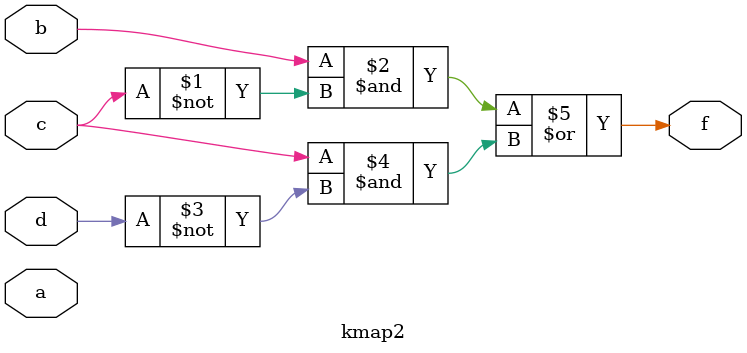
<source format=v>
module kmap2(a,b,c,d,f);
input a,b,c,d;
output f;
assign f = (b & ~c) | (c & ~d);
endmodule
</source>
